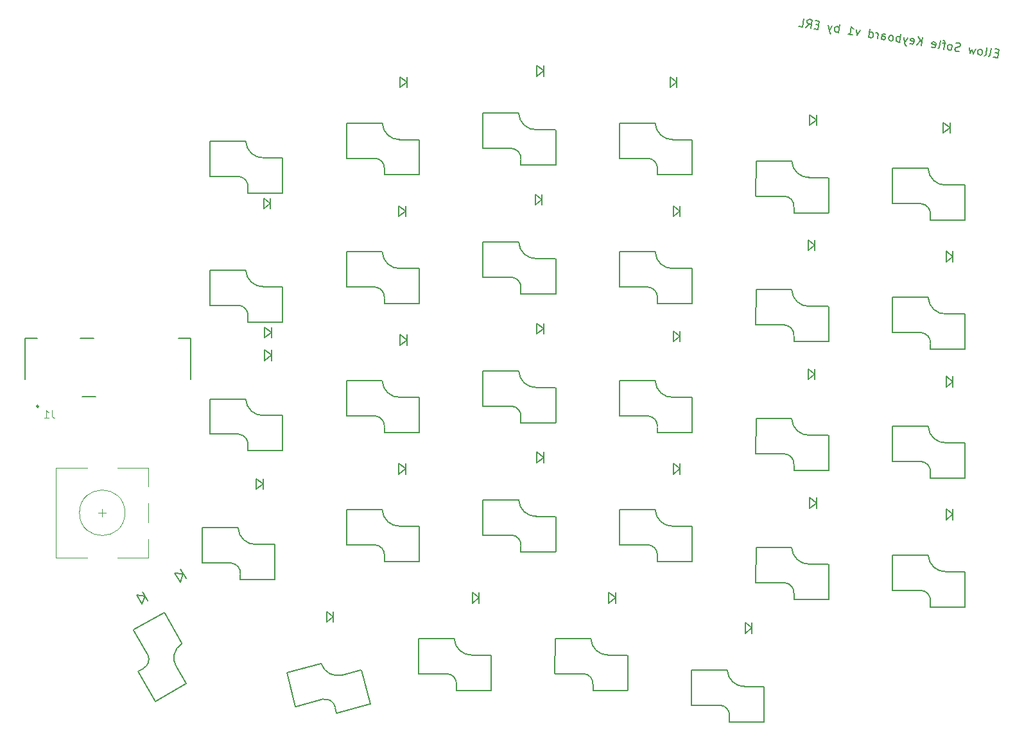
<source format=gbo>
G04 #@! TF.GenerationSoftware,KiCad,Pcbnew,(5.1.8-0-10_14)*
G04 #@! TF.CreationDate,2020-11-28T17:57:45-07:00*
G04 #@! TF.ProjectId,SofleKeyboard,536f666c-654b-4657-9962-6f6172642e6b,rev?*
G04 #@! TF.SameCoordinates,Original*
G04 #@! TF.FileFunction,Legend,Bot*
G04 #@! TF.FilePolarity,Positive*
%FSLAX46Y46*%
G04 Gerber Fmt 4.6, Leading zero omitted, Abs format (unit mm)*
G04 Created by KiCad (PCBNEW (5.1.8-0-10_14)) date 2020-11-28 17:57:45*
%MOMM*%
%LPD*%
G01*
G04 APERTURE LIST*
%ADD10C,0.200000*%
%ADD11C,0.127000*%
%ADD12C,0.240000*%
%ADD13C,0.150000*%
%ADD14C,0.120000*%
%ADD15C,0.015000*%
G04 APERTURE END LIST*
D10*
X218149777Y-43887330D02*
X217787624Y-43829971D01*
X217542280Y-44374485D02*
X218059641Y-44456427D01*
X218231719Y-43369970D01*
X217714358Y-43288028D01*
X216921448Y-44276155D02*
X217033114Y-44240807D01*
X217101238Y-44145529D01*
X217248734Y-43214280D01*
X216352351Y-44186019D02*
X216464017Y-44150671D01*
X216532142Y-44055393D01*
X216679637Y-43124144D01*
X215783254Y-44095883D02*
X215894921Y-44060535D01*
X215954851Y-44016993D01*
X216022975Y-43921715D01*
X216072140Y-43611299D01*
X216036793Y-43499633D01*
X215993251Y-43439702D01*
X215897973Y-43371578D01*
X215742765Y-43346995D01*
X215631099Y-43382343D01*
X215571168Y-43425885D01*
X215503044Y-43521163D01*
X215453879Y-43831579D01*
X215489226Y-43943246D01*
X215532768Y-44003176D01*
X215628046Y-44071300D01*
X215783254Y-44095883D01*
X215173668Y-43256859D02*
X214852005Y-43948387D01*
X214727003Y-43398250D01*
X214438117Y-43882834D01*
X214345891Y-43125752D01*
X213049438Y-43609855D02*
X212886035Y-43637008D01*
X212627355Y-43596037D01*
X212532077Y-43527913D01*
X212488535Y-43467983D01*
X212453187Y-43356316D01*
X212469576Y-43252844D01*
X212537700Y-43157566D01*
X212597631Y-43114025D01*
X212709297Y-43078677D01*
X212924435Y-43059718D01*
X213036102Y-43024370D01*
X213096032Y-42980828D01*
X213164156Y-42885550D01*
X213180545Y-42782078D01*
X213145197Y-42670412D01*
X213101655Y-42610481D01*
X213006377Y-42542357D01*
X212747697Y-42501386D01*
X212584294Y-42528540D01*
X211799578Y-43464930D02*
X211911244Y-43429583D01*
X211971175Y-43386041D01*
X212039299Y-43290763D01*
X212088464Y-42980347D01*
X212053116Y-42868680D01*
X212009575Y-42808750D01*
X211914297Y-42740626D01*
X211759088Y-42716043D01*
X211647422Y-42751391D01*
X211587492Y-42794933D01*
X211519368Y-42890211D01*
X211470202Y-43200627D01*
X211505550Y-43312293D01*
X211549092Y-43372223D01*
X211644370Y-43440348D01*
X211799578Y-43464930D01*
X211241728Y-42634101D02*
X210827839Y-42568548D01*
X210971801Y-43333823D02*
X211119297Y-42402574D01*
X211083949Y-42290908D01*
X210988671Y-42222784D01*
X210885199Y-42206395D01*
X210195760Y-43210911D02*
X210307427Y-43175563D01*
X210375551Y-43080285D01*
X210523046Y-42149036D01*
X209376178Y-43028068D02*
X209471456Y-43096192D01*
X209678400Y-43128969D01*
X209790066Y-43093621D01*
X209858190Y-42998343D01*
X209923744Y-42584455D01*
X209888396Y-42472788D01*
X209793118Y-42404664D01*
X209586174Y-42371887D01*
X209474508Y-42407235D01*
X209406383Y-42502513D01*
X209389995Y-42605985D01*
X209890967Y-42791399D01*
X208022846Y-42866755D02*
X208194924Y-41780298D01*
X207402013Y-42768425D02*
X207965968Y-42221340D01*
X207574091Y-41681967D02*
X208096594Y-42401130D01*
X206530695Y-42577387D02*
X206625972Y-42645512D01*
X206832917Y-42678289D01*
X206944583Y-42642941D01*
X207012707Y-42547663D01*
X207078261Y-42133774D01*
X207042913Y-42022108D01*
X206947635Y-41953984D01*
X206740691Y-41921207D01*
X206629025Y-41956555D01*
X206560900Y-42051833D01*
X206544512Y-42155305D01*
X207045484Y-42340719D01*
X206223331Y-41839265D02*
X205849932Y-42522599D01*
X205705970Y-41757323D02*
X205849932Y-42522599D01*
X205912433Y-42797668D01*
X205955975Y-42857598D01*
X206051253Y-42925722D01*
X205177363Y-42416075D02*
X205349441Y-41329617D01*
X205283887Y-41743506D02*
X205188609Y-41675381D01*
X204981665Y-41642605D01*
X204869999Y-41677952D01*
X204810069Y-41721494D01*
X204741944Y-41816772D01*
X204692779Y-42127189D01*
X204728127Y-42238855D01*
X204771669Y-42298785D01*
X204866947Y-42366909D01*
X205073891Y-42399686D01*
X205185557Y-42364339D01*
X204039170Y-42235802D02*
X204150836Y-42200455D01*
X204210766Y-42156913D01*
X204278891Y-42061635D01*
X204328056Y-41751219D01*
X204292708Y-41639552D01*
X204249166Y-41579622D01*
X204153888Y-41511498D01*
X203998680Y-41486915D01*
X203887014Y-41522263D01*
X203827084Y-41565805D01*
X203758959Y-41661083D01*
X203709794Y-41971499D01*
X203745142Y-42083165D01*
X203788684Y-42143096D01*
X203883961Y-42211220D01*
X204039170Y-42235802D01*
X202745768Y-42030948D02*
X202835904Y-41461851D01*
X202904029Y-41366573D01*
X203015695Y-41331226D01*
X203222639Y-41364002D01*
X203317917Y-41432127D01*
X202753962Y-41979212D02*
X202849240Y-42047336D01*
X203107921Y-42088307D01*
X203219587Y-42052959D01*
X203287711Y-41957682D01*
X203304100Y-41854209D01*
X203268752Y-41742543D01*
X203173474Y-41674419D01*
X202914794Y-41633448D01*
X202819516Y-41565323D01*
X202228408Y-41949006D02*
X202343126Y-41224701D01*
X202310350Y-41431645D02*
X202275002Y-41319979D01*
X202231460Y-41260049D01*
X202136182Y-41191924D01*
X202032710Y-41175536D01*
X201090214Y-41768734D02*
X201262292Y-40682277D01*
X201098409Y-41716998D02*
X201193687Y-41785122D01*
X201400631Y-41817899D01*
X201512297Y-41782551D01*
X201572227Y-41739009D01*
X201640352Y-41643732D01*
X201689517Y-41333315D01*
X201654169Y-41221649D01*
X201610627Y-41161719D01*
X201515349Y-41093594D01*
X201308405Y-41060817D01*
X201196739Y-41096165D01*
X199963268Y-40847769D02*
X199589869Y-41531102D01*
X199445907Y-40765827D01*
X198348204Y-41334442D02*
X198969036Y-41432772D01*
X198658620Y-41383607D02*
X198830698Y-40297150D01*
X198909587Y-40468746D01*
X198996671Y-40588607D01*
X199091949Y-40656731D01*
X197054802Y-41129587D02*
X197226880Y-40043130D01*
X197161327Y-40457019D02*
X197066049Y-40388894D01*
X196859104Y-40356117D01*
X196747438Y-40391465D01*
X196687508Y-40435007D01*
X196619383Y-40530285D01*
X196570218Y-40840701D01*
X196605566Y-40952368D01*
X196649108Y-41012298D01*
X196744386Y-41080422D01*
X196951330Y-41113199D01*
X197062996Y-41077851D01*
X196290008Y-40265981D02*
X195916609Y-40949315D01*
X195772647Y-40184040D02*
X195916609Y-40949315D01*
X195979110Y-41224384D01*
X196022652Y-41284314D01*
X196117930Y-41352439D01*
X194506399Y-40142587D02*
X194144247Y-40085228D01*
X193898903Y-40629742D02*
X194416263Y-40711684D01*
X194588341Y-39625227D01*
X194070981Y-39543285D01*
X192812446Y-40457664D02*
X193256540Y-39997663D01*
X193433278Y-40555994D02*
X193605356Y-39469537D01*
X193191468Y-39403984D01*
X193079801Y-39439331D01*
X193019871Y-39482873D01*
X192951747Y-39578151D01*
X192927164Y-39733359D01*
X192962512Y-39845026D01*
X193006054Y-39904956D01*
X193101332Y-39973080D01*
X193515220Y-40038634D01*
X191829460Y-40301975D02*
X192346821Y-40383916D01*
X192518899Y-39297459D01*
D11*
X111700000Y-81450000D02*
X111700000Y-86850000D01*
X110100000Y-81450000D02*
X111700000Y-81450000D01*
X89800000Y-86850000D02*
X89800000Y-81450000D01*
X89800000Y-81450000D02*
X91400000Y-81450000D01*
X97400000Y-89200000D02*
X99100000Y-89200000D01*
D12*
X91620000Y-90450000D02*
G75*
G03*
X91620000Y-90450000I-120000J0D01*
G01*
D11*
X97100000Y-81450000D02*
X98900000Y-81450000D01*
D13*
X182720000Y-131350000D02*
X182720000Y-132050000D01*
X177725000Y-125250000D02*
X177700001Y-129850000D01*
X187300000Y-127449999D02*
X187300000Y-132050000D01*
X181500000Y-129875000D02*
X177725000Y-129875000D01*
X182425000Y-125225000D02*
X177725000Y-125225000D01*
X187275000Y-127425000D02*
X184725000Y-127425000D01*
X187275000Y-132075000D02*
X182725000Y-132075000D01*
X182430000Y-125250000D02*
G75*
G03*
X184800000Y-127420000I2270000J100000D01*
G01*
X182720000Y-131300000D02*
G75*
G03*
X181500000Y-129880000I-1320000J100000D01*
G01*
X164720000Y-127200000D02*
X164720000Y-127900000D01*
X159725000Y-121100000D02*
X159700001Y-125700000D01*
X169300000Y-123299999D02*
X169300000Y-127900000D01*
X163500000Y-125725000D02*
X159725000Y-125725000D01*
X164425000Y-121075000D02*
X159725000Y-121075000D01*
X169275000Y-123275000D02*
X166725000Y-123275000D01*
X169275000Y-127925000D02*
X164725000Y-127925000D01*
X164430000Y-121100000D02*
G75*
G03*
X166800000Y-123270000I2270000J100000D01*
G01*
X164720000Y-127150000D02*
G75*
G03*
X163500000Y-125730000I-1320000J100000D01*
G01*
X146720000Y-127200000D02*
X146720000Y-127900000D01*
X141725000Y-121100000D02*
X141700001Y-125700000D01*
X151300000Y-123299999D02*
X151300000Y-127900000D01*
X145500000Y-125725000D02*
X141725000Y-125725000D01*
X146425000Y-121075000D02*
X141725000Y-121075000D01*
X151275000Y-123275000D02*
X148725000Y-123275000D01*
X151275000Y-127925000D02*
X146725000Y-127925000D01*
X146430000Y-121100000D02*
G75*
G03*
X148800000Y-123270000I2270000J100000D01*
G01*
X146720000Y-127150000D02*
G75*
G03*
X145500000Y-125730000I-1320000J100000D01*
G01*
X130738832Y-130204551D02*
X130920005Y-130880699D01*
X124335236Y-125605205D02*
X125501657Y-130054934D01*
X134153378Y-125252048D02*
X135343946Y-129695308D01*
X129178644Y-129095570D02*
X125532274Y-130072612D01*
X128868617Y-124364607D02*
X124328766Y-125581057D01*
X134122759Y-125234372D02*
X131659648Y-125894360D01*
X135326268Y-129725927D02*
X130931305Y-130903553D01*
X128879917Y-124387461D02*
G75*
G03*
X131730799Y-125870119I2166770J684112D01*
G01*
X130725891Y-130156254D02*
G75*
G03*
X129179938Y-129100399I-1300904J-245049D01*
G01*
X105364809Y-125045462D02*
X104758592Y-125395462D01*
X108150064Y-117669665D02*
X104153848Y-119948015D01*
X111032309Y-127061858D02*
X107048592Y-129361858D01*
X106032197Y-123251411D02*
X104144697Y-119982165D01*
X110521715Y-121727485D02*
X108171715Y-117657165D01*
X111041459Y-127027708D02*
X109766459Y-124819343D01*
X107014441Y-129352708D02*
X104739441Y-125412292D01*
X110502564Y-121744314D02*
G75*
G03*
X109808289Y-124881795I1221603J-1915878D01*
G01*
X105408111Y-125020463D02*
G75*
G03*
X106027867Y-123253911I-573398J1193154D01*
G01*
X209220000Y-116200000D02*
X209220000Y-116900000D01*
X204225000Y-110100000D02*
X204200001Y-114700000D01*
X213800000Y-112299999D02*
X213800000Y-116900000D01*
X208000000Y-114725000D02*
X204225000Y-114725000D01*
X208925000Y-110075000D02*
X204225000Y-110075000D01*
X213775000Y-112275000D02*
X211225000Y-112275000D01*
X213775000Y-116925000D02*
X209225000Y-116925000D01*
X208930000Y-110100000D02*
G75*
G03*
X211300000Y-112270000I2270000J100000D01*
G01*
X209220000Y-116150000D02*
G75*
G03*
X208000000Y-114730000I-1320000J100000D01*
G01*
X191220000Y-115200000D02*
X191220000Y-115900000D01*
X186225000Y-109100000D02*
X186200001Y-113700000D01*
X195800000Y-111299999D02*
X195800000Y-115900000D01*
X190000000Y-113725000D02*
X186225000Y-113725000D01*
X190925000Y-109075000D02*
X186225000Y-109075000D01*
X195775000Y-111275000D02*
X193225000Y-111275000D01*
X195775000Y-115925000D02*
X191225000Y-115925000D01*
X190930000Y-109100000D02*
G75*
G03*
X193300000Y-111270000I2270000J100000D01*
G01*
X191220000Y-115150000D02*
G75*
G03*
X190000000Y-113730000I-1320000J100000D01*
G01*
X173220000Y-110200000D02*
X173220000Y-110900000D01*
X168225000Y-104100000D02*
X168200001Y-108700000D01*
X177800000Y-106299999D02*
X177800000Y-110900000D01*
X172000000Y-108725000D02*
X168225000Y-108725000D01*
X172925000Y-104075000D02*
X168225000Y-104075000D01*
X177775000Y-106275000D02*
X175225000Y-106275000D01*
X177775000Y-110925000D02*
X173225000Y-110925000D01*
X172930000Y-104100000D02*
G75*
G03*
X175300000Y-106270000I2270000J100000D01*
G01*
X173220000Y-110150000D02*
G75*
G03*
X172000000Y-108730000I-1320000J100000D01*
G01*
X155220000Y-108900000D02*
X155220000Y-109600000D01*
X150225000Y-102800000D02*
X150200001Y-107400000D01*
X159800000Y-104999999D02*
X159800000Y-109600000D01*
X154000000Y-107425000D02*
X150225000Y-107425000D01*
X154925000Y-102775000D02*
X150225000Y-102775000D01*
X159775000Y-104975000D02*
X157225000Y-104975000D01*
X159775000Y-109625000D02*
X155225000Y-109625000D01*
X154930000Y-102800000D02*
G75*
G03*
X157300000Y-104970000I2270000J100000D01*
G01*
X155220000Y-108850000D02*
G75*
G03*
X154000000Y-107430000I-1320000J100000D01*
G01*
X137220000Y-110200000D02*
X137220000Y-110900000D01*
X132225000Y-104100000D02*
X132200001Y-108700000D01*
X141800000Y-106299999D02*
X141800000Y-110900000D01*
X136000000Y-108725000D02*
X132225000Y-108725000D01*
X136925000Y-104075000D02*
X132225000Y-104075000D01*
X141775000Y-106275000D02*
X139225000Y-106275000D01*
X141775000Y-110925000D02*
X137225000Y-110925000D01*
X136930000Y-104100000D02*
G75*
G03*
X139300000Y-106270000I2270000J100000D01*
G01*
X137220000Y-110150000D02*
G75*
G03*
X136000000Y-108730000I-1320000J100000D01*
G01*
X118220000Y-112600000D02*
X118220000Y-113300000D01*
X113225000Y-106500000D02*
X113200001Y-111100000D01*
X122800000Y-108699999D02*
X122800000Y-113300000D01*
X117000000Y-111125000D02*
X113225000Y-111125000D01*
X117925000Y-106475000D02*
X113225000Y-106475000D01*
X122775000Y-108675000D02*
X120225000Y-108675000D01*
X122775000Y-113325000D02*
X118225000Y-113325000D01*
X117930000Y-106500000D02*
G75*
G03*
X120300000Y-108670000I2270000J100000D01*
G01*
X118220000Y-112550000D02*
G75*
G03*
X117000000Y-111130000I-1320000J100000D01*
G01*
X209220000Y-99200000D02*
X209220000Y-99900000D01*
X204225000Y-93100000D02*
X204200001Y-97700000D01*
X213800000Y-95299999D02*
X213800000Y-99900000D01*
X208000000Y-97725000D02*
X204225000Y-97725000D01*
X208925000Y-93075000D02*
X204225000Y-93075000D01*
X213775000Y-95275000D02*
X211225000Y-95275000D01*
X213775000Y-99925000D02*
X209225000Y-99925000D01*
X208930000Y-93100000D02*
G75*
G03*
X211300000Y-95270000I2270000J100000D01*
G01*
X209220000Y-99150000D02*
G75*
G03*
X208000000Y-97730000I-1320000J100000D01*
G01*
X191220000Y-98200000D02*
X191220000Y-98900000D01*
X186225000Y-92100000D02*
X186200001Y-96700000D01*
X195800000Y-94299999D02*
X195800000Y-98900000D01*
X190000000Y-96725000D02*
X186225000Y-96725000D01*
X190925000Y-92075000D02*
X186225000Y-92075000D01*
X195775000Y-94275000D02*
X193225000Y-94275000D01*
X195775000Y-98925000D02*
X191225000Y-98925000D01*
X190930000Y-92100000D02*
G75*
G03*
X193300000Y-94270000I2270000J100000D01*
G01*
X191220000Y-98150000D02*
G75*
G03*
X190000000Y-96730000I-1320000J100000D01*
G01*
X173220000Y-93200000D02*
X173220000Y-93900000D01*
X168225000Y-87100000D02*
X168200001Y-91700000D01*
X177800000Y-89299999D02*
X177800000Y-93900000D01*
X172000000Y-91725000D02*
X168225000Y-91725000D01*
X172925000Y-87075000D02*
X168225000Y-87075000D01*
X177775000Y-89275000D02*
X175225000Y-89275000D01*
X177775000Y-93925000D02*
X173225000Y-93925000D01*
X172930000Y-87100000D02*
G75*
G03*
X175300000Y-89270000I2270000J100000D01*
G01*
X173220000Y-93150000D02*
G75*
G03*
X172000000Y-91730000I-1320000J100000D01*
G01*
X155220000Y-91900000D02*
X155220000Y-92600000D01*
X150225000Y-85800000D02*
X150200001Y-90400000D01*
X159800000Y-87999999D02*
X159800000Y-92600000D01*
X154000000Y-90425000D02*
X150225000Y-90425000D01*
X154925000Y-85775000D02*
X150225000Y-85775000D01*
X159775000Y-87975000D02*
X157225000Y-87975000D01*
X159775000Y-92625000D02*
X155225000Y-92625000D01*
X154930000Y-85800000D02*
G75*
G03*
X157300000Y-87970000I2270000J100000D01*
G01*
X155220000Y-91850000D02*
G75*
G03*
X154000000Y-90430000I-1320000J100000D01*
G01*
X137220000Y-93200000D02*
X137220000Y-93900000D01*
X132225000Y-87100000D02*
X132200001Y-91700000D01*
X141800000Y-89299999D02*
X141800000Y-93900000D01*
X136000000Y-91725000D02*
X132225000Y-91725000D01*
X136925000Y-87075000D02*
X132225000Y-87075000D01*
X141775000Y-89275000D02*
X139225000Y-89275000D01*
X141775000Y-93925000D02*
X137225000Y-93925000D01*
X136930000Y-87100000D02*
G75*
G03*
X139300000Y-89270000I2270000J100000D01*
G01*
X137220000Y-93150000D02*
G75*
G03*
X136000000Y-91730000I-1320000J100000D01*
G01*
X119220000Y-95600000D02*
X119220000Y-96300000D01*
X114225000Y-89500000D02*
X114200001Y-94100000D01*
X123800000Y-91699999D02*
X123800000Y-96300000D01*
X118000000Y-94125000D02*
X114225000Y-94125000D01*
X118925000Y-89475000D02*
X114225000Y-89475000D01*
X123775000Y-91675000D02*
X121225000Y-91675000D01*
X123775000Y-96325000D02*
X119225000Y-96325000D01*
X118930000Y-89500000D02*
G75*
G03*
X121300000Y-91670000I2270000J100000D01*
G01*
X119220000Y-95550000D02*
G75*
G03*
X118000000Y-94130000I-1320000J100000D01*
G01*
X209220000Y-82200000D02*
X209220000Y-82900000D01*
X204225000Y-76100000D02*
X204200001Y-80700000D01*
X213800000Y-78299999D02*
X213800000Y-82900000D01*
X208000000Y-80725000D02*
X204225000Y-80725000D01*
X208925000Y-76075000D02*
X204225000Y-76075000D01*
X213775000Y-78275000D02*
X211225000Y-78275000D01*
X213775000Y-82925000D02*
X209225000Y-82925000D01*
X208930000Y-76100000D02*
G75*
G03*
X211300000Y-78270000I2270000J100000D01*
G01*
X209220000Y-82150000D02*
G75*
G03*
X208000000Y-80730000I-1320000J100000D01*
G01*
X191220000Y-81200000D02*
X191220000Y-81900000D01*
X186225000Y-75100000D02*
X186200001Y-79700000D01*
X195800000Y-77299999D02*
X195800000Y-81900000D01*
X190000000Y-79725000D02*
X186225000Y-79725000D01*
X190925000Y-75075000D02*
X186225000Y-75075000D01*
X195775000Y-77275000D02*
X193225000Y-77275000D01*
X195775000Y-81925000D02*
X191225000Y-81925000D01*
X190930000Y-75100000D02*
G75*
G03*
X193300000Y-77270000I2270000J100000D01*
G01*
X191220000Y-81150000D02*
G75*
G03*
X190000000Y-79730000I-1320000J100000D01*
G01*
X173220000Y-76200000D02*
X173220000Y-76900000D01*
X168225000Y-70100000D02*
X168200001Y-74700000D01*
X177800000Y-72299999D02*
X177800000Y-76900000D01*
X172000000Y-74725000D02*
X168225000Y-74725000D01*
X172925000Y-70075000D02*
X168225000Y-70075000D01*
X177775000Y-72275000D02*
X175225000Y-72275000D01*
X177775000Y-76925000D02*
X173225000Y-76925000D01*
X172930000Y-70100000D02*
G75*
G03*
X175300000Y-72270000I2270000J100000D01*
G01*
X173220000Y-76150000D02*
G75*
G03*
X172000000Y-74730000I-1320000J100000D01*
G01*
X155220000Y-74900000D02*
X155220000Y-75600000D01*
X150225000Y-68800000D02*
X150200001Y-73400000D01*
X159800000Y-70999999D02*
X159800000Y-75600000D01*
X154000000Y-73425000D02*
X150225000Y-73425000D01*
X154925000Y-68775000D02*
X150225000Y-68775000D01*
X159775000Y-70975000D02*
X157225000Y-70975000D01*
X159775000Y-75625000D02*
X155225000Y-75625000D01*
X154930000Y-68800000D02*
G75*
G03*
X157300000Y-70970000I2270000J100000D01*
G01*
X155220000Y-74850000D02*
G75*
G03*
X154000000Y-73430000I-1320000J100000D01*
G01*
X137220000Y-76200000D02*
X137220000Y-76900000D01*
X132225000Y-70100000D02*
X132200001Y-74700000D01*
X141800000Y-72299999D02*
X141800000Y-76900000D01*
X136000000Y-74725000D02*
X132225000Y-74725000D01*
X136925000Y-70075000D02*
X132225000Y-70075000D01*
X141775000Y-72275000D02*
X139225000Y-72275000D01*
X141775000Y-76925000D02*
X137225000Y-76925000D01*
X136930000Y-70100000D02*
G75*
G03*
X139300000Y-72270000I2270000J100000D01*
G01*
X137220000Y-76150000D02*
G75*
G03*
X136000000Y-74730000I-1320000J100000D01*
G01*
X119220000Y-78600000D02*
X119220000Y-79300000D01*
X114225000Y-72500000D02*
X114200001Y-77100000D01*
X123800000Y-74699999D02*
X123800000Y-79300000D01*
X118000000Y-77125000D02*
X114225000Y-77125000D01*
X118925000Y-72475000D02*
X114225000Y-72475000D01*
X123775000Y-74675000D02*
X121225000Y-74675000D01*
X123775000Y-79325000D02*
X119225000Y-79325000D01*
X118930000Y-72500000D02*
G75*
G03*
X121300000Y-74670000I2270000J100000D01*
G01*
X119220000Y-78550000D02*
G75*
G03*
X118000000Y-77130000I-1320000J100000D01*
G01*
X209220000Y-65200000D02*
X209220000Y-65900000D01*
X204225000Y-59100000D02*
X204200001Y-63700000D01*
X213800000Y-61299999D02*
X213800000Y-65900000D01*
X208000000Y-63725000D02*
X204225000Y-63725000D01*
X208925000Y-59075000D02*
X204225000Y-59075000D01*
X213775000Y-61275000D02*
X211225000Y-61275000D01*
X213775000Y-65925000D02*
X209225000Y-65925000D01*
X208930000Y-59100000D02*
G75*
G03*
X211300000Y-61270000I2270000J100000D01*
G01*
X209220000Y-65150000D02*
G75*
G03*
X208000000Y-63730000I-1320000J100000D01*
G01*
X191220000Y-64200000D02*
X191220000Y-64900000D01*
X186225000Y-58100000D02*
X186200001Y-62700000D01*
X195800000Y-60299999D02*
X195800000Y-64900000D01*
X190000000Y-62725000D02*
X186225000Y-62725000D01*
X190925000Y-58075000D02*
X186225000Y-58075000D01*
X195775000Y-60275000D02*
X193225000Y-60275000D01*
X195775000Y-64925000D02*
X191225000Y-64925000D01*
X190930000Y-58100000D02*
G75*
G03*
X193300000Y-60270000I2270000J100000D01*
G01*
X191220000Y-64150000D02*
G75*
G03*
X190000000Y-62730000I-1320000J100000D01*
G01*
X173220000Y-59200000D02*
X173220000Y-59900000D01*
X168225000Y-53100000D02*
X168200001Y-57700000D01*
X177800000Y-55299999D02*
X177800000Y-59900000D01*
X172000000Y-57725000D02*
X168225000Y-57725000D01*
X172925000Y-53075000D02*
X168225000Y-53075000D01*
X177775000Y-55275000D02*
X175225000Y-55275000D01*
X177775000Y-59925000D02*
X173225000Y-59925000D01*
X172930000Y-53100000D02*
G75*
G03*
X175300000Y-55270000I2270000J100000D01*
G01*
X173220000Y-59150000D02*
G75*
G03*
X172000000Y-57730000I-1320000J100000D01*
G01*
X155220000Y-57900000D02*
X155220000Y-58600000D01*
X150225000Y-51800000D02*
X150200001Y-56400000D01*
X159800000Y-53999999D02*
X159800000Y-58600000D01*
X154000000Y-56425000D02*
X150225000Y-56425000D01*
X154925000Y-51775000D02*
X150225000Y-51775000D01*
X159775000Y-53975000D02*
X157225000Y-53975000D01*
X159775000Y-58625000D02*
X155225000Y-58625000D01*
X154930000Y-51800000D02*
G75*
G03*
X157300000Y-53970000I2270000J100000D01*
G01*
X155220000Y-57850000D02*
G75*
G03*
X154000000Y-56430000I-1320000J100000D01*
G01*
X137220000Y-59200000D02*
X137220000Y-59900000D01*
X132225000Y-53100000D02*
X132200001Y-57700000D01*
X141800000Y-55299999D02*
X141800000Y-59900000D01*
X136000000Y-57725000D02*
X132225000Y-57725000D01*
X136925000Y-53075000D02*
X132225000Y-53075000D01*
X141775000Y-55275000D02*
X139225000Y-55275000D01*
X141775000Y-59925000D02*
X137225000Y-59925000D01*
X136930000Y-53100000D02*
G75*
G03*
X139300000Y-55270000I2270000J100000D01*
G01*
X137220000Y-59150000D02*
G75*
G03*
X136000000Y-57730000I-1320000J100000D01*
G01*
X119220000Y-61600000D02*
X119220000Y-62300000D01*
X114225000Y-55500000D02*
X114200001Y-60100000D01*
X123800000Y-57699999D02*
X123800000Y-62300000D01*
X118000000Y-60125000D02*
X114225000Y-60125000D01*
X118925000Y-55475000D02*
X114225000Y-55475000D01*
X123775000Y-57675000D02*
X121225000Y-57675000D01*
X123775000Y-62325000D02*
X119225000Y-62325000D01*
X118930000Y-55500000D02*
G75*
G03*
X121300000Y-57670000I2270000J100000D01*
G01*
X119220000Y-61550000D02*
G75*
G03*
X118000000Y-60130000I-1320000J100000D01*
G01*
X211800000Y-53700000D02*
X210900000Y-54400000D01*
X210900000Y-54400000D02*
X210900000Y-53000000D01*
X210900000Y-53000000D02*
X211800000Y-53700000D01*
X211800000Y-54400000D02*
X211800000Y-53000000D01*
X167700000Y-115700000D02*
X166800000Y-116400000D01*
X166800000Y-116400000D02*
X166800000Y-115000000D01*
X166800000Y-115000000D02*
X167700000Y-115700000D01*
X167700000Y-116400000D02*
X167700000Y-115000000D01*
X149700000Y-115700000D02*
X148800000Y-116400000D01*
X148800000Y-116400000D02*
X148800000Y-115000000D01*
X148800000Y-115000000D02*
X149700000Y-115700000D01*
X149700000Y-116400000D02*
X149700000Y-115000000D01*
X130500000Y-118200000D02*
X129600000Y-118900000D01*
X129600000Y-118900000D02*
X129600000Y-117500000D01*
X129600000Y-117500000D02*
X130500000Y-118200000D01*
X130500000Y-118900000D02*
X130500000Y-117500000D01*
X105661013Y-115500000D02*
X105231590Y-116556218D01*
X105231590Y-116556218D02*
X104531590Y-115343782D01*
X104531590Y-115343782D02*
X105661013Y-115500000D01*
X106011013Y-116106218D02*
X105311013Y-114893782D01*
X110682024Y-112536040D02*
X110289724Y-113606601D01*
X110289724Y-113606601D02*
X109547837Y-112419334D01*
X109547837Y-112419334D02*
X110682024Y-112536040D01*
X111052968Y-113129674D02*
X110311081Y-111942407D01*
X212200000Y-104700000D02*
X211300000Y-105400000D01*
X211300000Y-105400000D02*
X211300000Y-104000000D01*
X211300000Y-104000000D02*
X212200000Y-104700000D01*
X212200000Y-105400000D02*
X212200000Y-104000000D01*
X194200000Y-103200000D02*
X193300000Y-103900000D01*
X193300000Y-103900000D02*
X193300000Y-102500000D01*
X193300000Y-102500000D02*
X194200000Y-103200000D01*
X194200000Y-103900000D02*
X194200000Y-102500000D01*
X176200000Y-98700000D02*
X175300000Y-99400000D01*
X175300000Y-99400000D02*
X175300000Y-98000000D01*
X175300000Y-98000000D02*
X176200000Y-98700000D01*
X176200000Y-99400000D02*
X176200000Y-98000000D01*
X158200000Y-97200000D02*
X157300000Y-97900000D01*
X157300000Y-97900000D02*
X157300000Y-96500000D01*
X157300000Y-96500000D02*
X158200000Y-97200000D01*
X158200000Y-97900000D02*
X158200000Y-96500000D01*
X140000000Y-98700000D02*
X139100000Y-99400000D01*
X139100000Y-99400000D02*
X139100000Y-98000000D01*
X139100000Y-98000000D02*
X140000000Y-98700000D01*
X140000000Y-99400000D02*
X140000000Y-98000000D01*
X121200000Y-100700000D02*
X120300000Y-101400000D01*
X120300000Y-101400000D02*
X120300000Y-100000000D01*
X120300000Y-100000000D02*
X121200000Y-100700000D01*
X121200000Y-101400000D02*
X121200000Y-100000000D01*
X212200000Y-87200000D02*
X211300000Y-87900000D01*
X211300000Y-87900000D02*
X211300000Y-86500000D01*
X211300000Y-86500000D02*
X212200000Y-87200000D01*
X212200000Y-87900000D02*
X212200000Y-86500000D01*
X194000000Y-86200000D02*
X193100000Y-86900000D01*
X193100000Y-86900000D02*
X193100000Y-85500000D01*
X193100000Y-85500000D02*
X194000000Y-86200000D01*
X194000000Y-86900000D02*
X194000000Y-85500000D01*
X176200000Y-81200000D02*
X175300000Y-81900000D01*
X175300000Y-81900000D02*
X175300000Y-80500000D01*
X175300000Y-80500000D02*
X176200000Y-81200000D01*
X176200000Y-81900000D02*
X176200000Y-80500000D01*
X158200000Y-80200000D02*
X157300000Y-80900000D01*
X157300000Y-80900000D02*
X157300000Y-79500000D01*
X157300000Y-79500000D02*
X158200000Y-80200000D01*
X158200000Y-80900000D02*
X158200000Y-79500000D01*
X140200000Y-81700000D02*
X139300000Y-82400000D01*
X139300000Y-82400000D02*
X139300000Y-81000000D01*
X139300000Y-81000000D02*
X140200000Y-81700000D01*
X140200000Y-82400000D02*
X140200000Y-81000000D01*
X122300000Y-83700000D02*
X121400000Y-84400000D01*
X121400000Y-84400000D02*
X121400000Y-83000000D01*
X121400000Y-83000000D02*
X122300000Y-83700000D01*
X122300000Y-84400000D02*
X122300000Y-83000000D01*
X212200000Y-70700000D02*
X211300000Y-71400000D01*
X211300000Y-71400000D02*
X211300000Y-70000000D01*
X211300000Y-70000000D02*
X212200000Y-70700000D01*
X212200000Y-71400000D02*
X212200000Y-70000000D01*
X194000000Y-69200000D02*
X193100000Y-69900000D01*
X193100000Y-69900000D02*
X193100000Y-68500000D01*
X193100000Y-68500000D02*
X194000000Y-69200000D01*
X194000000Y-69900000D02*
X194000000Y-68500000D01*
X176200000Y-64700000D02*
X175300000Y-65400000D01*
X175300000Y-65400000D02*
X175300000Y-64000000D01*
X175300000Y-64000000D02*
X176200000Y-64700000D01*
X176200000Y-65400000D02*
X176200000Y-64000000D01*
X158000000Y-63200000D02*
X157100000Y-63900000D01*
X157100000Y-63900000D02*
X157100000Y-62500000D01*
X157100000Y-62500000D02*
X158000000Y-63200000D01*
X158000000Y-63900000D02*
X158000000Y-62500000D01*
X140000000Y-64700000D02*
X139100000Y-65400000D01*
X139100000Y-65400000D02*
X139100000Y-64000000D01*
X139100000Y-64000000D02*
X140000000Y-64700000D01*
X140000000Y-65400000D02*
X140000000Y-64000000D01*
X122300000Y-80700000D02*
X121400000Y-81400000D01*
X121400000Y-81400000D02*
X121400000Y-80000000D01*
X121400000Y-80000000D02*
X122300000Y-80700000D01*
X122300000Y-81400000D02*
X122300000Y-80000000D01*
X194200000Y-52700000D02*
X193300000Y-53400000D01*
X193300000Y-53400000D02*
X193300000Y-52000000D01*
X193300000Y-52000000D02*
X194200000Y-52700000D01*
X194200000Y-53400000D02*
X194200000Y-52000000D01*
X175800000Y-47700000D02*
X174900000Y-48400000D01*
X174900000Y-48400000D02*
X174900000Y-47000000D01*
X174900000Y-47000000D02*
X175800000Y-47700000D01*
X175800000Y-48400000D02*
X175800000Y-47000000D01*
X158200000Y-46200000D02*
X157300000Y-46900000D01*
X157300000Y-46900000D02*
X157300000Y-45500000D01*
X157300000Y-45500000D02*
X158200000Y-46200000D01*
X158200000Y-46900000D02*
X158200000Y-45500000D01*
X140200000Y-47700000D02*
X139300000Y-48400000D01*
X139300000Y-48400000D02*
X139300000Y-47000000D01*
X139300000Y-47000000D02*
X140200000Y-47700000D01*
X140200000Y-48400000D02*
X140200000Y-47000000D01*
X122200000Y-63700000D02*
X121300000Y-64400000D01*
X121300000Y-64400000D02*
X121300000Y-63000000D01*
X121300000Y-63000000D02*
X122200000Y-63700000D01*
X122200000Y-64400000D02*
X122200000Y-63000000D01*
X185700000Y-119700000D02*
X184800000Y-120400000D01*
X184800000Y-120400000D02*
X184800000Y-119000000D01*
X184800000Y-119000000D02*
X185700000Y-119700000D01*
X185700000Y-120400000D02*
X185700000Y-119000000D01*
D14*
X99500000Y-104500000D02*
X100500000Y-104500000D01*
X100000000Y-104000000D02*
X100000000Y-105000000D01*
X103000000Y-104500000D02*
G75*
G03*
X103000000Y-104500000I-3000000J0D01*
G01*
X102000000Y-98600000D02*
X106100000Y-98600000D01*
X106100000Y-98600000D02*
X106100000Y-101000000D01*
X106100000Y-103200000D02*
X106100000Y-105800000D01*
X106100000Y-108000000D02*
X106100000Y-110400000D01*
X106100000Y-110400000D02*
X102000000Y-110400000D01*
X98000000Y-110400000D02*
X93900000Y-110400000D01*
X93900000Y-98600000D02*
X93900000Y-110400000D01*
X98000000Y-98600000D02*
X93900000Y-98600000D01*
D15*
X93353715Y-90941715D02*
X93353715Y-91656445D01*
X93401364Y-91799391D01*
X93496661Y-91894688D01*
X93639607Y-91942337D01*
X93734905Y-91942337D01*
X92353093Y-91942337D02*
X92924877Y-91942337D01*
X92638985Y-91942337D02*
X92638985Y-90941715D01*
X92734283Y-91084661D01*
X92829580Y-91179958D01*
X92924877Y-91227607D01*
M02*

</source>
